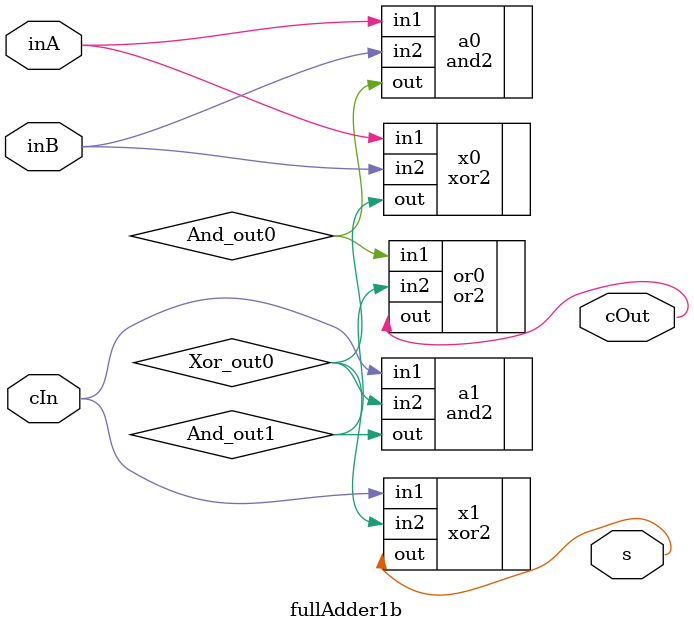
<source format=v>
/*
    CS/ECE 552 Spring '23
    Homework #1, Problem 2
    
    a 1-bit full adder
*/
`default_nettype none
module fullAdder1b(s, cOut, inA, inB, cIn);
    output wire s;
    output wire cOut;
    input  wire inA, inB;
    input  wire cIn;

    // YOUR CODE HERE
    wire And_out0, And_out1, Xor_out0;

    // Level 1
    and2 a0 (.out(And_out0), .in1(inA), .in2(inB));
    xor2 x0 (.out(Xor_out0), .in1(inA), .in2(inB));

    // Level 2
    and2 a1 (.out(And_out1), .in1(cIn), .in2(Xor_out0));
    xor2 x1 (.out(s), .in1(cIn), .in2(Xor_out0));

    // Level 3
    or2 or0 (.out(cOut), .in1(And_out0), .in2(And_out1));
endmodule
`default_nettype wire

</source>
